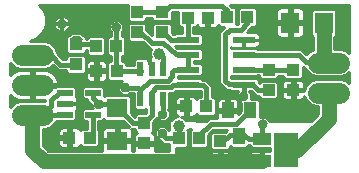
<source format=gtl>
G75*
G70*
%OFA0B0*%
%FSLAX24Y24*%
%IPPOS*%
%LPD*%
%AMOC8*
5,1,8,0,0,1.08239X$1,22.5*
%
%ADD10R,0.0520X0.0220*%
%ADD11C,0.0709*%
%ADD12R,0.0709X0.0630*%
%ADD13R,0.0630X0.0710*%
%ADD14R,0.0807X0.1142*%
%ADD15R,0.0591X0.0394*%
%ADD16R,0.0220X0.0500*%
%ADD17R,0.0394X0.0433*%
%ADD18R,0.0433X0.0394*%
%ADD19C,0.0250*%
%ADD20C,0.0050*%
%ADD21R,0.0394X0.0551*%
%ADD22R,0.0780X0.0220*%
%ADD23C,0.0030*%
%ADD24C,0.0100*%
%ADD25C,0.0396*%
%ADD26C,0.0160*%
%ADD27C,0.0500*%
D10*
X005200Y006318D03*
X005200Y006688D03*
X005200Y007058D03*
X006120Y007058D03*
X006120Y006318D03*
D11*
X004464Y006308D02*
X003755Y006308D01*
X003755Y007308D02*
X004464Y007308D01*
X004464Y008308D02*
X003755Y008308D01*
X013625Y008058D02*
X014334Y008058D01*
X014334Y007058D02*
X013625Y007058D01*
D12*
X006930Y006549D03*
X006930Y005447D03*
D13*
X012700Y009388D03*
X013819Y009388D03*
D14*
X012560Y005138D03*
D15*
X011762Y004764D03*
X011762Y005512D03*
D16*
X008450Y006828D03*
X008080Y006828D03*
X007710Y006828D03*
X007710Y007848D03*
X008080Y007848D03*
X008450Y007848D03*
D17*
X006914Y007778D03*
X006245Y007778D03*
X006235Y008618D03*
X006904Y008618D03*
X007600Y009064D03*
X007600Y009733D03*
X010605Y009568D03*
X011274Y009568D03*
X007840Y006033D03*
X007840Y005364D03*
X008985Y005528D03*
X009654Y005528D03*
D18*
X010370Y005443D03*
X010370Y004774D03*
X009904Y006598D03*
X009235Y006598D03*
X011980Y007144D03*
X012800Y007144D03*
X012800Y007813D03*
X011980Y007813D03*
X009954Y009558D03*
X009285Y009558D03*
X008430Y009733D03*
X008430Y009064D03*
X005570Y008663D03*
X005570Y007994D03*
X005345Y005548D03*
X006014Y005548D03*
D19*
X006320Y006668D03*
X007200Y007218D03*
X008450Y006328D03*
X008440Y005698D03*
X011150Y006938D03*
X011790Y006008D03*
X006900Y009248D03*
X005090Y009348D03*
D20*
X004965Y009348D02*
X004967Y009370D01*
X004973Y009391D01*
X004982Y009410D01*
X004994Y009428D01*
X005010Y009444D01*
X005027Y009456D01*
X005047Y009465D01*
X005068Y009471D01*
X005090Y009473D01*
X005112Y009471D01*
X005133Y009465D01*
X005152Y009456D01*
X005170Y009444D01*
X005186Y009428D01*
X005198Y009410D01*
X005207Y009391D01*
X005213Y009370D01*
X005215Y009348D01*
X005213Y009326D01*
X005207Y009305D01*
X005198Y009286D01*
X005186Y009268D01*
X005170Y009252D01*
X005153Y009240D01*
X005133Y009231D01*
X005112Y009225D01*
X005090Y009223D01*
X005068Y009225D01*
X005047Y009231D01*
X005027Y009240D01*
X005010Y009252D01*
X004994Y009268D01*
X004982Y009285D01*
X004973Y009305D01*
X004967Y009326D01*
X004965Y009348D01*
X006775Y009248D02*
X006777Y009270D01*
X006783Y009291D01*
X006792Y009310D01*
X006804Y009328D01*
X006820Y009344D01*
X006837Y009356D01*
X006857Y009365D01*
X006878Y009371D01*
X006900Y009373D01*
X006922Y009371D01*
X006943Y009365D01*
X006962Y009356D01*
X006980Y009344D01*
X006996Y009328D01*
X007008Y009310D01*
X007017Y009291D01*
X007023Y009270D01*
X007025Y009248D01*
X007023Y009226D01*
X007017Y009205D01*
X007008Y009186D01*
X006996Y009168D01*
X006980Y009152D01*
X006963Y009140D01*
X006943Y009131D01*
X006922Y009125D01*
X006900Y009123D01*
X006878Y009125D01*
X006857Y009131D01*
X006837Y009140D01*
X006820Y009152D01*
X006804Y009168D01*
X006792Y009185D01*
X006783Y009205D01*
X006777Y009226D01*
X006775Y009248D01*
X007075Y007218D02*
X007077Y007240D01*
X007083Y007261D01*
X007092Y007280D01*
X007104Y007298D01*
X007120Y007314D01*
X007137Y007326D01*
X007157Y007335D01*
X007178Y007341D01*
X007200Y007343D01*
X007222Y007341D01*
X007243Y007335D01*
X007262Y007326D01*
X007280Y007314D01*
X007296Y007298D01*
X007308Y007280D01*
X007317Y007261D01*
X007323Y007240D01*
X007325Y007218D01*
X007323Y007196D01*
X007317Y007175D01*
X007308Y007156D01*
X007296Y007138D01*
X007280Y007122D01*
X007263Y007110D01*
X007243Y007101D01*
X007222Y007095D01*
X007200Y007093D01*
X007178Y007095D01*
X007157Y007101D01*
X007137Y007110D01*
X007120Y007122D01*
X007104Y007138D01*
X007092Y007155D01*
X007083Y007175D01*
X007077Y007196D01*
X007075Y007218D01*
X006195Y006668D02*
X006197Y006690D01*
X006203Y006711D01*
X006212Y006730D01*
X006224Y006748D01*
X006240Y006764D01*
X006257Y006776D01*
X006277Y006785D01*
X006298Y006791D01*
X006320Y006793D01*
X006342Y006791D01*
X006363Y006785D01*
X006382Y006776D01*
X006400Y006764D01*
X006416Y006748D01*
X006428Y006730D01*
X006437Y006711D01*
X006443Y006690D01*
X006445Y006668D01*
X006443Y006646D01*
X006437Y006625D01*
X006428Y006606D01*
X006416Y006588D01*
X006400Y006572D01*
X006383Y006560D01*
X006363Y006551D01*
X006342Y006545D01*
X006320Y006543D01*
X006298Y006545D01*
X006277Y006551D01*
X006257Y006560D01*
X006240Y006572D01*
X006224Y006588D01*
X006212Y006605D01*
X006203Y006625D01*
X006197Y006646D01*
X006195Y006668D01*
X008325Y006328D02*
X008327Y006350D01*
X008333Y006371D01*
X008342Y006390D01*
X008354Y006408D01*
X008370Y006424D01*
X008387Y006436D01*
X008407Y006445D01*
X008428Y006451D01*
X008450Y006453D01*
X008472Y006451D01*
X008493Y006445D01*
X008512Y006436D01*
X008530Y006424D01*
X008546Y006408D01*
X008558Y006390D01*
X008567Y006371D01*
X008573Y006350D01*
X008575Y006328D01*
X008573Y006306D01*
X008567Y006285D01*
X008558Y006266D01*
X008546Y006248D01*
X008530Y006232D01*
X008513Y006220D01*
X008493Y006211D01*
X008472Y006205D01*
X008450Y006203D01*
X008428Y006205D01*
X008407Y006211D01*
X008387Y006220D01*
X008370Y006232D01*
X008354Y006248D01*
X008342Y006265D01*
X008333Y006285D01*
X008327Y006306D01*
X008325Y006328D01*
X008315Y005698D02*
X008317Y005720D01*
X008323Y005741D01*
X008332Y005760D01*
X008344Y005778D01*
X008360Y005794D01*
X008377Y005806D01*
X008397Y005815D01*
X008418Y005821D01*
X008440Y005823D01*
X008462Y005821D01*
X008483Y005815D01*
X008502Y005806D01*
X008520Y005794D01*
X008536Y005778D01*
X008548Y005760D01*
X008557Y005741D01*
X008563Y005720D01*
X008565Y005698D01*
X008563Y005676D01*
X008557Y005655D01*
X008548Y005636D01*
X008536Y005618D01*
X008520Y005602D01*
X008503Y005590D01*
X008483Y005581D01*
X008462Y005575D01*
X008440Y005573D01*
X008418Y005575D01*
X008397Y005581D01*
X008377Y005590D01*
X008360Y005602D01*
X008344Y005618D01*
X008332Y005635D01*
X008323Y005655D01*
X008317Y005676D01*
X008315Y005698D01*
X011025Y006938D02*
X011027Y006960D01*
X011033Y006981D01*
X011042Y007000D01*
X011054Y007018D01*
X011070Y007034D01*
X011087Y007046D01*
X011107Y007055D01*
X011128Y007061D01*
X011150Y007063D01*
X011172Y007061D01*
X011193Y007055D01*
X011212Y007046D01*
X011230Y007034D01*
X011246Y007018D01*
X011258Y007000D01*
X011267Y006981D01*
X011273Y006960D01*
X011275Y006938D01*
X011273Y006916D01*
X011267Y006895D01*
X011258Y006876D01*
X011246Y006858D01*
X011230Y006842D01*
X011213Y006830D01*
X011193Y006821D01*
X011172Y006815D01*
X011150Y006813D01*
X011128Y006815D01*
X011107Y006821D01*
X011087Y006830D01*
X011070Y006842D01*
X011054Y006858D01*
X011042Y006875D01*
X011033Y006895D01*
X011027Y006916D01*
X011025Y006938D01*
X011665Y006008D02*
X011667Y006030D01*
X011673Y006051D01*
X011682Y006070D01*
X011694Y006088D01*
X011710Y006104D01*
X011727Y006116D01*
X011747Y006125D01*
X011768Y006131D01*
X011790Y006133D01*
X011812Y006131D01*
X011833Y006125D01*
X011852Y006116D01*
X011870Y006104D01*
X011886Y006088D01*
X011898Y006070D01*
X011907Y006051D01*
X011913Y006030D01*
X011915Y006008D01*
X011913Y005986D01*
X011907Y005965D01*
X011898Y005946D01*
X011886Y005928D01*
X011870Y005912D01*
X011853Y005900D01*
X011833Y005891D01*
X011812Y005885D01*
X011790Y005883D01*
X011768Y005885D01*
X011747Y005891D01*
X011727Y005900D01*
X011710Y005912D01*
X011694Y005928D01*
X011682Y005945D01*
X011673Y005965D01*
X011667Y005986D01*
X011665Y006008D01*
D21*
X011374Y006461D03*
X010625Y006461D03*
X011000Y005595D03*
D22*
X011150Y007318D03*
X011150Y007818D03*
X011150Y008318D03*
X011150Y008818D03*
X009290Y008818D03*
X009290Y008318D03*
X009290Y007818D03*
X009290Y007318D03*
D23*
X005770Y008828D02*
X005370Y008828D01*
X005470Y008928D01*
X005670Y008928D01*
X005770Y008828D01*
X005758Y008840D02*
X005381Y008840D01*
X005410Y008868D02*
X005729Y008868D01*
X005701Y008897D02*
X005438Y008897D01*
X005467Y008925D02*
X005672Y008925D01*
D24*
X005738Y009036D02*
X006714Y009036D01*
X006714Y009101D02*
X006714Y008945D01*
X006662Y008945D01*
X006597Y008880D01*
X006597Y008356D01*
X006662Y008292D01*
X006714Y008292D01*
X006714Y008105D01*
X006672Y008105D01*
X006607Y008040D01*
X006607Y007516D01*
X006672Y007452D01*
X007101Y007452D01*
X006965Y007316D01*
X006965Y007121D01*
X007102Y006983D01*
X007297Y006983D01*
X007342Y007028D01*
X007490Y007028D01*
X007490Y006533D01*
X007554Y006468D01*
X007865Y006468D01*
X007890Y006493D01*
X007890Y006367D01*
X007882Y006359D01*
X007597Y006359D01*
X007533Y006295D01*
X007533Y006244D01*
X007394Y006383D01*
X007394Y006910D01*
X007329Y006974D01*
X006530Y006974D01*
X006490Y006934D01*
X006490Y007214D01*
X006425Y007278D01*
X005814Y007278D01*
X005750Y007214D01*
X005750Y006903D01*
X005814Y006838D01*
X005930Y006838D01*
X005930Y006790D01*
X006085Y006635D01*
X006085Y006571D01*
X006117Y006538D01*
X005814Y006538D01*
X005750Y006474D01*
X005750Y006163D01*
X005814Y006098D01*
X005930Y006098D01*
X005930Y005855D01*
X005752Y005855D01*
X005701Y005804D01*
X005681Y005837D01*
X005654Y005865D01*
X005619Y005885D01*
X005581Y005895D01*
X005393Y005895D01*
X005393Y005597D01*
X005296Y005597D01*
X005296Y005500D01*
X004978Y005500D01*
X004978Y005332D01*
X004989Y005294D01*
X005008Y005259D01*
X005036Y005231D01*
X005070Y005212D01*
X005109Y005201D01*
X005296Y005201D01*
X005296Y005500D01*
X005393Y005500D01*
X005393Y005201D01*
X005581Y005201D01*
X005619Y005212D01*
X005654Y005231D01*
X005681Y005259D01*
X005701Y005293D01*
X005752Y005241D01*
X006044Y005241D01*
X006081Y005228D01*
X006108Y005241D01*
X006276Y005241D01*
X006341Y005306D01*
X006341Y005791D01*
X006310Y005822D01*
X006310Y006098D01*
X006425Y006098D01*
X006490Y006163D01*
X006490Y006165D01*
X006530Y006125D01*
X007115Y006125D01*
X007280Y005960D01*
X007336Y005903D01*
X007304Y005912D01*
X006980Y005912D01*
X006980Y005497D01*
X007434Y005497D01*
X007434Y005782D01*
X007424Y005820D01*
X007407Y005848D01*
X007533Y005848D01*
X007533Y005771D01*
X007584Y005720D01*
X007551Y005700D01*
X007523Y005672D01*
X007503Y005638D01*
X007493Y005600D01*
X007493Y005412D01*
X007791Y005412D01*
X007791Y005315D01*
X007493Y005315D01*
X007493Y005127D01*
X007493Y005124D01*
X007434Y005124D01*
X007434Y005397D01*
X006980Y005397D01*
X006980Y005497D01*
X006880Y005497D01*
X006880Y005912D01*
X006555Y005912D01*
X006517Y005902D01*
X006483Y005882D01*
X006455Y005854D01*
X006435Y005820D01*
X006425Y005782D01*
X006425Y005497D01*
X006880Y005497D01*
X006880Y005397D01*
X006425Y005397D01*
X006425Y005124D01*
X004633Y005124D01*
X004450Y005307D01*
X004450Y005844D01*
X004556Y005844D01*
X004727Y005915D01*
X004857Y006045D01*
X004884Y006109D01*
X004894Y006098D01*
X005505Y006098D01*
X005570Y006163D01*
X005570Y006474D01*
X005568Y006475D01*
X005580Y006486D01*
X005599Y006520D01*
X005610Y006559D01*
X005610Y006683D01*
X005205Y006683D01*
X005205Y006693D01*
X005610Y006693D01*
X005610Y006818D01*
X005599Y006856D01*
X005580Y006890D01*
X005568Y006902D01*
X005570Y006903D01*
X005570Y007214D01*
X005505Y007278D01*
X004894Y007278D01*
X004874Y007258D01*
X004160Y007258D01*
X004160Y007358D01*
X004967Y007358D01*
X004956Y007426D01*
X004931Y007502D01*
X004895Y007573D01*
X004849Y007637D01*
X004792Y007693D01*
X004728Y007740D01*
X004657Y007776D01*
X004582Y007800D01*
X004504Y007813D01*
X004160Y007813D01*
X004160Y007358D01*
X004060Y007358D01*
X004060Y007813D01*
X003715Y007813D01*
X003637Y007800D01*
X003562Y007776D01*
X003491Y007740D01*
X003427Y007693D01*
X003371Y007637D01*
X003365Y007629D01*
X003365Y008042D01*
X003492Y007915D01*
X003663Y007844D01*
X004556Y007844D01*
X004727Y007915D01*
X004786Y007973D01*
X004850Y007910D01*
X004961Y007798D01*
X005243Y007798D01*
X005243Y007751D01*
X005307Y007687D01*
X005832Y007687D01*
X005896Y007751D01*
X005896Y008236D01*
X005832Y008300D01*
X005307Y008300D01*
X005243Y008236D01*
X005243Y008178D01*
X005118Y008178D01*
X004928Y008368D01*
X004928Y008401D01*
X004857Y008571D01*
X004727Y008702D01*
X004556Y008773D01*
X004020Y008773D01*
X004253Y008869D01*
X004449Y009065D01*
X004555Y009320D01*
X004555Y009597D01*
X004449Y009852D01*
X004342Y009959D01*
X007293Y009959D01*
X007293Y009471D01*
X007357Y009406D01*
X007842Y009406D01*
X007906Y009471D01*
X007906Y009543D01*
X008103Y009543D01*
X008103Y009491D01*
X008167Y009426D01*
X008692Y009426D01*
X008756Y009491D01*
X008756Y009722D01*
X008771Y009738D01*
X008958Y009738D01*
X008958Y009316D01*
X009023Y009251D01*
X009095Y009251D01*
X009095Y009038D01*
X008854Y009038D01*
X008824Y009008D01*
X008798Y009008D01*
X008756Y009050D01*
X008756Y009306D01*
X008692Y009370D01*
X008167Y009370D01*
X008103Y009306D01*
X008103Y008961D01*
X007906Y009137D01*
X007906Y009326D01*
X007842Y009390D01*
X007357Y009390D01*
X007293Y009326D01*
X007293Y008802D01*
X007357Y008737D01*
X007783Y008737D01*
X007969Y008570D01*
X008021Y008518D01*
X008027Y008518D01*
X008031Y008514D01*
X008072Y008517D01*
X008031Y008420D01*
X008031Y008297D01*
X008052Y008248D01*
X007950Y008248D01*
X007912Y008238D01*
X007877Y008218D01*
X007866Y008207D01*
X007865Y008208D01*
X007554Y008208D01*
X007490Y008144D01*
X007490Y007968D01*
X007221Y007968D01*
X007221Y008040D01*
X007157Y008105D01*
X007094Y008105D01*
X007094Y008292D01*
X007147Y008292D01*
X007211Y008356D01*
X007211Y008880D01*
X007147Y008945D01*
X007094Y008945D01*
X007094Y009111D01*
X007135Y009151D01*
X007135Y009346D01*
X006997Y009483D01*
X006802Y009483D01*
X006665Y009346D01*
X006665Y009151D01*
X006714Y009101D01*
X006681Y009135D02*
X005265Y009135D01*
X005303Y009173D01*
X005333Y009218D01*
X005354Y009268D01*
X005365Y009321D01*
X005365Y009336D01*
X005102Y009336D01*
X005102Y009361D01*
X005077Y009361D01*
X005077Y009623D01*
X005062Y009623D01*
X005009Y009613D01*
X004959Y009592D01*
X004914Y009562D01*
X004876Y009524D01*
X004846Y009479D01*
X004825Y009429D01*
X004815Y009375D01*
X004815Y009361D01*
X005077Y009361D01*
X005077Y009336D01*
X004815Y009336D01*
X004815Y009321D01*
X004825Y009268D01*
X004846Y009218D01*
X004876Y009173D01*
X004914Y009135D01*
X004478Y009135D01*
X004519Y009233D02*
X004839Y009233D01*
X004815Y009332D02*
X004555Y009332D01*
X004555Y009430D02*
X004826Y009430D01*
X004881Y009529D02*
X004555Y009529D01*
X004542Y009627D02*
X007293Y009627D01*
X007293Y009529D02*
X005298Y009529D01*
X005303Y009524D02*
X005265Y009562D01*
X005220Y009592D01*
X005170Y009613D01*
X005117Y009623D01*
X005102Y009623D01*
X005102Y009361D01*
X005365Y009361D01*
X005365Y009375D01*
X005354Y009429D01*
X005333Y009479D01*
X005303Y009524D01*
X005353Y009430D02*
X006749Y009430D01*
X006665Y009332D02*
X005365Y009332D01*
X005340Y009233D02*
X006665Y009233D01*
X007050Y009430D02*
X007333Y009430D01*
X007299Y009332D02*
X007135Y009332D01*
X007135Y009233D02*
X007293Y009233D01*
X007293Y009135D02*
X007118Y009135D01*
X007094Y009036D02*
X007293Y009036D01*
X007293Y008938D02*
X007154Y008938D01*
X007211Y008839D02*
X007293Y008839D01*
X007353Y008741D02*
X007211Y008741D01*
X007211Y008642D02*
X007889Y008642D01*
X007995Y008544D02*
X007211Y008544D01*
X007211Y008445D02*
X008042Y008445D01*
X008031Y008347D02*
X007202Y008347D01*
X007094Y008248D02*
X008052Y008248D01*
X007495Y008150D02*
X007094Y008150D01*
X007210Y008051D02*
X007490Y008051D01*
X006714Y008150D02*
X005896Y008150D01*
X005956Y008115D02*
X005928Y008087D01*
X005908Y008053D01*
X005898Y008015D01*
X005898Y007827D01*
X006196Y007827D01*
X006196Y007730D01*
X005898Y007730D01*
X005898Y007542D01*
X005908Y007504D01*
X005928Y007470D01*
X005956Y007442D01*
X005990Y007422D01*
X006028Y007412D01*
X006196Y007412D01*
X006196Y007730D01*
X006293Y007730D01*
X006293Y007412D01*
X006461Y007412D01*
X006500Y007422D01*
X006534Y007442D01*
X006562Y007470D01*
X006581Y007504D01*
X006592Y007542D01*
X006592Y007730D01*
X006293Y007730D01*
X006293Y007827D01*
X006196Y007827D01*
X006196Y008145D01*
X006028Y008145D01*
X005990Y008135D01*
X005956Y008115D01*
X005908Y008051D02*
X005896Y008051D01*
X005896Y007953D02*
X005898Y007953D01*
X005896Y007854D02*
X005898Y007854D01*
X005896Y007756D02*
X006196Y007756D01*
X006293Y007756D02*
X006607Y007756D01*
X006592Y007827D02*
X006592Y008015D01*
X006581Y008053D01*
X006562Y008087D01*
X006534Y008115D01*
X006500Y008135D01*
X006461Y008145D01*
X006293Y008145D01*
X006293Y007827D01*
X006592Y007827D01*
X006592Y007854D02*
X006607Y007854D01*
X006607Y007953D02*
X006592Y007953D01*
X006582Y008051D02*
X006618Y008051D01*
X006714Y008248D02*
X005884Y008248D01*
X005937Y008347D02*
X004950Y008347D01*
X004910Y008445D02*
X005243Y008445D01*
X005243Y008421D02*
X005307Y008356D01*
X005832Y008356D01*
X005896Y008421D01*
X005896Y008473D01*
X005928Y008473D01*
X005928Y008356D01*
X005992Y008292D01*
X006477Y008292D01*
X006542Y008356D01*
X006542Y008880D01*
X006477Y008945D01*
X005992Y008945D01*
X005928Y008880D01*
X005928Y008853D01*
X005896Y008853D01*
X005896Y008905D01*
X005832Y008970D01*
X005805Y008970D01*
X005721Y009053D01*
X005418Y009053D01*
X005345Y008980D01*
X005334Y008970D01*
X005307Y008970D01*
X005243Y008905D01*
X005243Y008421D01*
X005243Y008544D02*
X004869Y008544D01*
X004786Y008642D02*
X005243Y008642D01*
X005243Y008741D02*
X004633Y008741D01*
X004322Y008938D02*
X005275Y008938D01*
X005243Y008839D02*
X004181Y008839D01*
X004420Y009036D02*
X005401Y009036D01*
X005265Y009135D02*
X005220Y009105D01*
X005170Y009084D01*
X005117Y009073D01*
X005102Y009073D01*
X005102Y009336D01*
X005077Y009336D01*
X005077Y009073D01*
X005062Y009073D01*
X005009Y009084D01*
X004959Y009105D01*
X004914Y009135D01*
X005077Y009135D02*
X005102Y009135D01*
X005102Y009233D02*
X005077Y009233D01*
X005077Y009332D02*
X005102Y009332D01*
X005102Y009430D02*
X005077Y009430D01*
X005077Y009529D02*
X005102Y009529D01*
X004501Y009726D02*
X007293Y009726D01*
X007293Y009824D02*
X004460Y009824D01*
X004378Y009923D02*
X007293Y009923D01*
X007906Y009529D02*
X008103Y009529D01*
X008163Y009430D02*
X007866Y009430D01*
X007900Y009332D02*
X008129Y009332D01*
X008103Y009233D02*
X007906Y009233D01*
X007909Y009135D02*
X008103Y009135D01*
X008103Y009036D02*
X008019Y009036D01*
X008696Y009430D02*
X008958Y009430D01*
X008958Y009332D02*
X008730Y009332D01*
X008756Y009233D02*
X009095Y009233D01*
X009095Y009135D02*
X008756Y009135D01*
X008770Y009036D02*
X008852Y009036D01*
X008875Y008598D02*
X009725Y008598D01*
X009790Y008663D01*
X009790Y008974D01*
X009725Y009038D01*
X009475Y009038D01*
X009475Y009251D01*
X009547Y009251D01*
X009598Y009303D01*
X009618Y009269D01*
X009646Y009241D01*
X009680Y009222D01*
X009718Y009211D01*
X009906Y009211D01*
X009906Y009510D01*
X010003Y009510D01*
X010003Y009211D01*
X010190Y009211D01*
X010229Y009222D01*
X010263Y009241D01*
X010291Y009269D01*
X010307Y009297D01*
X010362Y009242D01*
X010504Y009242D01*
X010451Y009188D01*
X010340Y009077D01*
X010340Y007370D01*
X010460Y007250D01*
X010571Y007138D01*
X010674Y007138D01*
X010714Y007098D01*
X010960Y007098D01*
X010960Y007081D01*
X010915Y007036D01*
X010915Y006857D01*
X010914Y006857D01*
X010880Y006877D01*
X010842Y006887D01*
X010674Y006887D01*
X010674Y006510D01*
X010577Y006510D01*
X010577Y006887D01*
X010409Y006887D01*
X010371Y006877D01*
X010337Y006857D01*
X010309Y006829D01*
X010289Y006795D01*
X010279Y006757D01*
X010279Y006510D01*
X010577Y006510D01*
X010577Y006413D01*
X010279Y006413D01*
X010279Y006208D01*
X010073Y006208D01*
X009998Y006211D01*
X009995Y006208D01*
X009991Y006208D01*
X009938Y006155D01*
X009905Y006125D01*
X009241Y006132D01*
X009241Y006133D01*
X009154Y006219D01*
X009077Y006251D01*
X009186Y006251D01*
X009186Y006550D01*
X008868Y006550D01*
X008868Y006382D01*
X008879Y006344D01*
X008898Y006309D01*
X008926Y006281D01*
X008952Y006266D01*
X008918Y006266D01*
X008805Y006219D01*
X008723Y006138D01*
X008660Y006138D01*
X008661Y005809D01*
X008537Y005933D01*
X008342Y005933D01*
X008205Y005796D01*
X008205Y005601D01*
X008342Y005463D01*
X008364Y005463D01*
X008364Y005457D01*
X008408Y005412D01*
X008444Y005360D01*
X008462Y005357D01*
X008474Y005345D01*
X008537Y005344D01*
X008599Y005333D01*
X008614Y005343D01*
X008663Y005342D01*
X008664Y005124D01*
X008186Y005124D01*
X008186Y005127D01*
X008186Y005315D01*
X007888Y005315D01*
X007888Y005412D01*
X008186Y005412D01*
X008186Y005600D01*
X008176Y005638D01*
X008156Y005672D01*
X008128Y005700D01*
X008095Y005720D01*
X008146Y005771D01*
X008146Y006085D01*
X008217Y006161D01*
X008250Y006195D01*
X008352Y006093D01*
X008547Y006093D01*
X008685Y006231D01*
X008685Y006426D01*
X008640Y006471D01*
X008640Y006503D01*
X008670Y006533D01*
X008670Y007038D01*
X008714Y007038D01*
X008787Y007034D01*
X008792Y007038D01*
X008798Y007038D01*
X008850Y007090D01*
X008859Y007098D01*
X009714Y007098D01*
X009714Y006905D01*
X009642Y006905D01*
X009591Y006854D01*
X009571Y006887D01*
X009544Y006915D01*
X009509Y006935D01*
X009471Y006945D01*
X009283Y006945D01*
X009283Y006647D01*
X009186Y006647D01*
X009186Y006550D01*
X009283Y006550D01*
X009283Y006251D01*
X009471Y006251D01*
X009509Y006262D01*
X009544Y006281D01*
X009571Y006309D01*
X009591Y006343D01*
X009642Y006291D01*
X010166Y006291D01*
X010231Y006356D01*
X010231Y006841D01*
X010166Y006905D01*
X010094Y006905D01*
X010094Y007272D01*
X009990Y007377D01*
X009878Y007488D01*
X009775Y007488D01*
X009725Y007538D01*
X008960Y007538D01*
X008960Y007598D01*
X009725Y007598D01*
X009790Y007663D01*
X009790Y007974D01*
X009725Y008038D01*
X009480Y008038D01*
X009480Y008098D01*
X009725Y008098D01*
X009790Y008163D01*
X009790Y008474D01*
X009725Y008538D01*
X008941Y008538D01*
X008875Y008598D01*
X008935Y008544D02*
X010340Y008544D01*
X010340Y008642D02*
X009769Y008642D01*
X009790Y008741D02*
X010340Y008741D01*
X010340Y008839D02*
X009790Y008839D01*
X009790Y008938D02*
X010340Y008938D01*
X010340Y009036D02*
X009727Y009036D01*
X009660Y009233D02*
X009475Y009233D01*
X009475Y009135D02*
X010397Y009135D01*
X010496Y009233D02*
X010249Y009233D01*
X010003Y009233D02*
X009906Y009233D01*
X009906Y009332D02*
X010003Y009332D01*
X010003Y009430D02*
X009906Y009430D01*
X010688Y009959D02*
X014666Y009959D01*
X014666Y008383D01*
X014597Y008452D01*
X014426Y008523D01*
X014179Y008523D01*
X014179Y008923D01*
X014180Y008923D01*
X014244Y008988D01*
X014244Y009789D01*
X014180Y009853D01*
X013459Y009853D01*
X013394Y009789D01*
X013394Y008988D01*
X013459Y008923D01*
X013459Y008923D01*
X013459Y008492D01*
X013362Y008452D01*
X013243Y008333D01*
X013068Y008508D01*
X011615Y008508D01*
X011585Y008538D01*
X010720Y008538D01*
X010720Y008564D01*
X010740Y008558D01*
X011145Y008558D01*
X011145Y008813D01*
X011155Y008813D01*
X011155Y008823D01*
X011690Y008823D01*
X011690Y008948D01*
X011679Y008986D01*
X011660Y009020D01*
X011632Y009048D01*
X011597Y009068D01*
X011559Y009078D01*
X011258Y009078D01*
X011260Y009080D01*
X011422Y009242D01*
X011517Y009242D01*
X011581Y009306D01*
X011581Y009830D01*
X011517Y009895D01*
X011032Y009895D01*
X010967Y009830D01*
X010967Y009348D01*
X010912Y009348D01*
X010912Y009830D01*
X010847Y009895D01*
X010755Y009895D01*
X010711Y009935D01*
X010688Y009959D01*
X010725Y009923D02*
X014666Y009923D01*
X014666Y009824D02*
X014209Y009824D01*
X014244Y009726D02*
X014666Y009726D01*
X014666Y009627D02*
X014244Y009627D01*
X014244Y009529D02*
X014666Y009529D01*
X014666Y009430D02*
X014244Y009430D01*
X014244Y009332D02*
X014666Y009332D01*
X014666Y009233D02*
X014244Y009233D01*
X014244Y009135D02*
X014666Y009135D01*
X014666Y009036D02*
X014244Y009036D01*
X014194Y008938D02*
X014666Y008938D01*
X014666Y008839D02*
X014179Y008839D01*
X014179Y008741D02*
X014666Y008741D01*
X014666Y008642D02*
X014179Y008642D01*
X014179Y008544D02*
X014666Y008544D01*
X014666Y008445D02*
X014603Y008445D01*
X014666Y007733D02*
X014666Y007383D01*
X014597Y007452D01*
X014426Y007523D01*
X013533Y007523D01*
X013362Y007452D01*
X013232Y007321D01*
X013161Y007151D01*
X013161Y007095D01*
X012848Y007095D01*
X012848Y006797D01*
X013036Y006797D01*
X013074Y006807D01*
X013108Y006827D01*
X013136Y006855D01*
X013156Y006889D01*
X013166Y006927D01*
X013166Y006953D01*
X013232Y006795D01*
X013362Y006665D01*
X013533Y006594D01*
X013620Y006594D01*
X013620Y006327D01*
X013390Y006098D01*
X012025Y006105D01*
X012025Y006106D01*
X011887Y006243D01*
X011692Y006243D01*
X011680Y006231D01*
X011680Y006783D01*
X011616Y006847D01*
X011385Y006847D01*
X011385Y007036D01*
X011340Y007081D01*
X011340Y007098D01*
X011411Y007098D01*
X011440Y007070D01*
X011551Y006958D01*
X011653Y006958D01*
X011653Y006901D01*
X011717Y006837D01*
X012242Y006837D01*
X012306Y006901D01*
X012306Y007386D01*
X012242Y007450D01*
X011717Y007450D01*
X011657Y007390D01*
X011650Y007397D01*
X011650Y007474D01*
X011585Y007538D01*
X010720Y007538D01*
X010720Y007598D01*
X011585Y007598D01*
X011615Y007628D01*
X011653Y007628D01*
X011653Y007571D01*
X011717Y007506D01*
X012242Y007506D01*
X012306Y007571D01*
X012306Y007623D01*
X012473Y007623D01*
X012473Y007571D01*
X012537Y007506D01*
X013062Y007506D01*
X013126Y007571D01*
X013126Y007913D01*
X013161Y007878D01*
X013197Y007878D01*
X013232Y007795D01*
X013362Y007665D01*
X013533Y007594D01*
X014426Y007594D01*
X014597Y007665D01*
X014666Y007733D01*
X014666Y007657D02*
X014579Y007657D01*
X014666Y007559D02*
X013114Y007559D01*
X013074Y007480D02*
X013036Y007490D01*
X012848Y007490D01*
X012848Y007192D01*
X013166Y007192D01*
X013166Y007360D01*
X013156Y007398D01*
X013136Y007433D01*
X013108Y007461D01*
X013074Y007480D01*
X013108Y007460D02*
X013382Y007460D01*
X013272Y007362D02*
X013166Y007362D01*
X013166Y007263D02*
X013208Y007263D01*
X013167Y007165D02*
X012848Y007165D01*
X012848Y007192D02*
X012848Y007095D01*
X012751Y007095D01*
X012751Y006797D01*
X012563Y006797D01*
X012525Y006807D01*
X012491Y006827D01*
X012463Y006855D01*
X012443Y006889D01*
X012433Y006927D01*
X012433Y007095D01*
X012751Y007095D01*
X012751Y007192D01*
X012433Y007192D01*
X012433Y007360D01*
X012443Y007398D01*
X012463Y007433D01*
X012491Y007461D01*
X012525Y007480D01*
X012563Y007490D01*
X012751Y007490D01*
X012751Y007192D01*
X012848Y007192D01*
X012848Y007263D02*
X012751Y007263D01*
X012751Y007165D02*
X012306Y007165D01*
X012306Y007263D02*
X012433Y007263D01*
X012433Y007362D02*
X012306Y007362D01*
X012294Y007559D02*
X012485Y007559D01*
X012491Y007460D02*
X011650Y007460D01*
X011665Y007559D02*
X010720Y007559D01*
X010340Y007559D02*
X008960Y007559D01*
X008826Y007066D02*
X009714Y007066D01*
X009714Y006968D02*
X008670Y006968D01*
X008670Y006869D02*
X008888Y006869D01*
X008879Y006853D02*
X008868Y006815D01*
X008868Y006647D01*
X009186Y006647D01*
X009186Y006945D01*
X008999Y006945D01*
X008960Y006935D01*
X008926Y006915D01*
X008898Y006887D01*
X008879Y006853D01*
X008868Y006771D02*
X008670Y006771D01*
X008670Y006672D02*
X008868Y006672D01*
X008868Y006475D02*
X008640Y006475D01*
X008670Y006574D02*
X009186Y006574D01*
X009186Y006672D02*
X009283Y006672D01*
X009283Y006771D02*
X009186Y006771D01*
X009186Y006869D02*
X009283Y006869D01*
X009582Y006869D02*
X009606Y006869D01*
X010094Y006968D02*
X010915Y006968D01*
X010915Y006869D02*
X010893Y006869D01*
X010963Y006793D02*
X011052Y006703D01*
X011067Y006703D01*
X011067Y006431D01*
X010972Y006340D01*
X010972Y006413D01*
X010674Y006413D01*
X010674Y006510D01*
X010972Y006510D01*
X010972Y006757D01*
X010963Y006793D01*
X010969Y006771D02*
X010985Y006771D01*
X010972Y006672D02*
X011067Y006672D01*
X011067Y006574D02*
X010972Y006574D01*
X011067Y006475D02*
X010674Y006475D01*
X010577Y006475D02*
X010231Y006475D01*
X010231Y006377D02*
X010279Y006377D01*
X010279Y006278D02*
X009538Y006278D01*
X009283Y006278D02*
X009186Y006278D01*
X009194Y006180D02*
X009962Y006180D01*
X010140Y005824D02*
X010582Y005810D01*
X010522Y005750D01*
X010107Y005750D01*
X010043Y005685D01*
X010043Y005201D01*
X010107Y005136D01*
X010632Y005136D01*
X010696Y005201D01*
X010696Y005271D01*
X010757Y005210D01*
X011242Y005210D01*
X011306Y005274D01*
X011306Y005318D01*
X011357Y005318D01*
X011357Y005270D01*
X011421Y005205D01*
X012046Y005205D01*
X012046Y005111D01*
X011811Y005111D01*
X011811Y004813D01*
X011714Y004813D01*
X011714Y005111D01*
X011447Y005111D01*
X011409Y005101D01*
X011375Y005081D01*
X011347Y005053D01*
X011327Y005019D01*
X011317Y004981D01*
X011317Y004813D01*
X011714Y004813D01*
X011714Y004716D01*
X011317Y004716D01*
X011317Y004563D01*
X010736Y004563D01*
X010736Y004725D01*
X010418Y004725D01*
X010418Y004822D01*
X010736Y004822D01*
X010736Y004990D01*
X010726Y005028D01*
X010706Y005063D01*
X010678Y005091D01*
X010644Y005110D01*
X010606Y005120D01*
X010418Y005120D01*
X010418Y004822D01*
X010321Y004822D01*
X010321Y004725D01*
X010003Y004725D01*
X010003Y004563D01*
X008890Y004563D01*
X008890Y005202D01*
X009227Y005202D01*
X009292Y005266D01*
X009292Y005790D01*
X009260Y005822D01*
X009383Y005826D01*
X009347Y005790D01*
X009347Y005266D01*
X009412Y005202D01*
X009897Y005202D01*
X009961Y005266D01*
X009961Y005658D01*
X010140Y005824D01*
X010098Y005786D02*
X010558Y005786D01*
X010045Y005687D02*
X009992Y005687D01*
X009961Y005589D02*
X010043Y005589D01*
X010043Y005490D02*
X009961Y005490D01*
X009961Y005392D02*
X010043Y005392D01*
X010043Y005293D02*
X009961Y005293D01*
X010049Y005195D02*
X008890Y005195D01*
X008890Y005096D02*
X010071Y005096D01*
X010061Y005091D02*
X010033Y005063D01*
X010013Y005028D01*
X010003Y004990D01*
X010003Y004822D01*
X010321Y004822D01*
X010321Y005120D01*
X010133Y005120D01*
X010095Y005110D01*
X010061Y005091D01*
X010005Y004998D02*
X008890Y004998D01*
X008890Y004899D02*
X010003Y004899D01*
X010003Y004702D02*
X008890Y004702D01*
X008890Y004604D02*
X010003Y004604D01*
X010321Y004801D02*
X008890Y004801D01*
X008664Y005195D02*
X008186Y005195D01*
X008186Y005293D02*
X008663Y005293D01*
X008422Y005392D02*
X007888Y005392D01*
X007791Y005392D02*
X007434Y005392D01*
X007434Y005293D02*
X007493Y005293D01*
X007493Y005195D02*
X007434Y005195D01*
X007493Y005490D02*
X006980Y005490D01*
X006980Y005589D02*
X006880Y005589D01*
X006880Y005687D02*
X006980Y005687D01*
X006980Y005786D02*
X006880Y005786D01*
X006880Y005884D02*
X006980Y005884D01*
X007158Y006081D02*
X006310Y006081D01*
X006310Y005983D02*
X007256Y005983D01*
X007433Y005786D02*
X007533Y005786D01*
X007538Y005687D02*
X007434Y005687D01*
X007434Y005589D02*
X007493Y005589D01*
X006880Y005490D02*
X006341Y005490D01*
X006341Y005392D02*
X006425Y005392D01*
X006425Y005293D02*
X006328Y005293D01*
X006425Y005195D02*
X004562Y005195D01*
X004464Y005293D02*
X004989Y005293D01*
X004978Y005392D02*
X004450Y005392D01*
X004450Y005490D02*
X004978Y005490D01*
X004978Y005597D02*
X005296Y005597D01*
X005296Y005895D01*
X005109Y005895D01*
X005070Y005885D01*
X005036Y005865D01*
X005008Y005837D01*
X004989Y005803D01*
X004978Y005765D01*
X004978Y005597D01*
X004978Y005687D02*
X004450Y005687D01*
X004450Y005589D02*
X005296Y005589D01*
X005296Y005687D02*
X005393Y005687D01*
X005393Y005786D02*
X005296Y005786D01*
X005296Y005884D02*
X005393Y005884D01*
X005620Y005884D02*
X005930Y005884D01*
X005930Y005983D02*
X004795Y005983D01*
X004872Y006081D02*
X005930Y006081D01*
X005750Y006180D02*
X005570Y006180D01*
X005570Y006278D02*
X005750Y006278D01*
X005750Y006377D02*
X005570Y006377D01*
X005569Y006475D02*
X005751Y006475D01*
X005610Y006574D02*
X006085Y006574D01*
X006047Y006672D02*
X005610Y006672D01*
X005610Y006771D02*
X005948Y006771D01*
X005783Y006869D02*
X005592Y006869D01*
X005570Y006968D02*
X005750Y006968D01*
X005750Y007066D02*
X005570Y007066D01*
X005570Y007165D02*
X005750Y007165D01*
X005799Y007263D02*
X005520Y007263D01*
X005937Y007460D02*
X004945Y007460D01*
X004966Y007362D02*
X007011Y007362D01*
X006965Y007263D02*
X006440Y007263D01*
X006490Y007165D02*
X006965Y007165D01*
X007019Y007066D02*
X006490Y007066D01*
X006490Y006968D02*
X006523Y006968D01*
X006552Y007460D02*
X006663Y007460D01*
X006607Y007559D02*
X006592Y007559D01*
X006592Y007657D02*
X006607Y007657D01*
X006293Y007657D02*
X006196Y007657D01*
X006196Y007559D02*
X006293Y007559D01*
X006293Y007460D02*
X006196Y007460D01*
X005898Y007559D02*
X004902Y007559D01*
X004828Y007657D02*
X005898Y007657D01*
X006196Y007854D02*
X006293Y007854D01*
X006293Y007953D02*
X006196Y007953D01*
X006196Y008051D02*
X006293Y008051D01*
X006532Y008347D02*
X006607Y008347D01*
X006597Y008445D02*
X006542Y008445D01*
X006542Y008544D02*
X006597Y008544D01*
X006597Y008642D02*
X006542Y008642D01*
X006542Y008741D02*
X006597Y008741D01*
X006597Y008839D02*
X006542Y008839D01*
X006484Y008938D02*
X006655Y008938D01*
X005985Y008938D02*
X005864Y008938D01*
X005896Y008445D02*
X005928Y008445D01*
X005255Y008248D02*
X005048Y008248D01*
X004806Y007953D02*
X004765Y007953D01*
X004850Y007910D02*
X004850Y007910D01*
X004905Y007854D02*
X004581Y007854D01*
X004696Y007756D02*
X005243Y007756D01*
X004879Y007263D02*
X004160Y007263D01*
X004160Y007258D02*
X004160Y006804D01*
X004504Y006804D01*
X004530Y006808D01*
X004530Y006773D01*
X003663Y006773D01*
X003492Y006702D01*
X003365Y006574D01*
X003365Y006988D01*
X003371Y006980D01*
X003427Y006924D01*
X003491Y006877D01*
X003562Y006841D01*
X003637Y006816D01*
X003715Y006804D01*
X004060Y006804D01*
X004060Y007258D01*
X004160Y007258D01*
X004160Y007165D02*
X004060Y007165D01*
X004060Y007066D02*
X004160Y007066D01*
X004160Y006968D02*
X004060Y006968D01*
X004060Y006869D02*
X004160Y006869D01*
X003658Y006771D02*
X003365Y006771D01*
X003365Y006869D02*
X003506Y006869D01*
X003382Y006968D02*
X003365Y006968D01*
X003365Y006672D02*
X003463Y006672D01*
X004060Y007362D02*
X004160Y007362D01*
X004160Y007460D02*
X004060Y007460D01*
X004060Y007559D02*
X004160Y007559D01*
X004160Y007657D02*
X004060Y007657D01*
X004060Y007756D02*
X004160Y007756D01*
X003638Y007854D02*
X003365Y007854D01*
X003365Y007756D02*
X003523Y007756D01*
X003391Y007657D02*
X003365Y007657D01*
X003365Y007953D02*
X003454Y007953D01*
X004654Y005884D02*
X005069Y005884D01*
X004984Y005786D02*
X004450Y005786D01*
X005296Y005490D02*
X005393Y005490D01*
X005393Y005392D02*
X005296Y005392D01*
X005296Y005293D02*
X005393Y005293D01*
X006341Y005589D02*
X006425Y005589D01*
X006425Y005687D02*
X006341Y005687D01*
X006341Y005786D02*
X006426Y005786D01*
X006487Y005884D02*
X006310Y005884D01*
X007400Y006377D02*
X007890Y006377D01*
X007890Y006475D02*
X007872Y006475D01*
X007547Y006475D02*
X007394Y006475D01*
X007394Y006574D02*
X007490Y006574D01*
X007490Y006672D02*
X007394Y006672D01*
X007394Y006771D02*
X007490Y006771D01*
X007490Y006869D02*
X007394Y006869D01*
X007336Y006968D02*
X007490Y006968D01*
X007498Y006278D02*
X007533Y006278D01*
X008146Y006081D02*
X008660Y006081D01*
X008660Y005983D02*
X008146Y005983D01*
X008146Y005884D02*
X008293Y005884D01*
X008205Y005786D02*
X008146Y005786D01*
X008141Y005687D02*
X008205Y005687D01*
X008217Y005589D02*
X008186Y005589D01*
X008186Y005490D02*
X008315Y005490D01*
X008586Y005884D02*
X008661Y005884D01*
X008633Y006180D02*
X008765Y006180D01*
X008685Y006278D02*
X008932Y006278D01*
X008870Y006377D02*
X008685Y006377D01*
X008266Y006180D02*
X008235Y006180D01*
X009186Y006377D02*
X009283Y006377D01*
X009283Y006475D02*
X009186Y006475D01*
X010094Y007066D02*
X010945Y007066D01*
X010674Y006869D02*
X010577Y006869D01*
X010577Y006771D02*
X010674Y006771D01*
X010674Y006672D02*
X010577Y006672D01*
X010577Y006574D02*
X010674Y006574D01*
X010972Y006377D02*
X011010Y006377D01*
X011385Y006869D02*
X011685Y006869D01*
X011680Y006771D02*
X013256Y006771D01*
X013201Y006869D02*
X013145Y006869D01*
X013355Y006672D02*
X011680Y006672D01*
X011680Y006574D02*
X013620Y006574D01*
X013620Y006475D02*
X011680Y006475D01*
X011680Y006377D02*
X013620Y006377D01*
X013570Y006278D02*
X011680Y006278D01*
X011950Y006180D02*
X013472Y006180D01*
X012848Y006869D02*
X012751Y006869D01*
X012751Y006968D02*
X012848Y006968D01*
X012848Y007066D02*
X012751Y007066D01*
X012433Y007066D02*
X012306Y007066D01*
X012306Y006968D02*
X012433Y006968D01*
X012455Y006869D02*
X012274Y006869D01*
X012751Y007362D02*
X012848Y007362D01*
X012848Y007460D02*
X012751Y007460D01*
X013126Y007657D02*
X013380Y007657D01*
X013271Y007756D02*
X013126Y007756D01*
X013126Y007854D02*
X013207Y007854D01*
X013230Y008347D02*
X013257Y008347D01*
X013356Y008445D02*
X013131Y008445D01*
X013459Y008544D02*
X010720Y008544D01*
X010340Y008445D02*
X009790Y008445D01*
X009790Y008347D02*
X010340Y008347D01*
X010340Y008248D02*
X009790Y008248D01*
X009777Y008150D02*
X010340Y008150D01*
X010340Y008051D02*
X009480Y008051D01*
X009790Y007953D02*
X010340Y007953D01*
X010340Y007854D02*
X009790Y007854D01*
X009790Y007756D02*
X010340Y007756D01*
X010340Y007657D02*
X009784Y007657D01*
X009906Y007460D02*
X010340Y007460D01*
X010347Y007362D02*
X010005Y007362D01*
X010094Y007263D02*
X010446Y007263D01*
X010544Y007165D02*
X010094Y007165D01*
X010202Y006869D02*
X010358Y006869D01*
X010282Y006771D02*
X010231Y006771D01*
X010231Y006672D02*
X010279Y006672D01*
X010279Y006574D02*
X010231Y006574D01*
X009347Y005786D02*
X009292Y005786D01*
X009292Y005687D02*
X009347Y005687D01*
X009347Y005589D02*
X009292Y005589D01*
X009292Y005490D02*
X009347Y005490D01*
X009347Y005392D02*
X009292Y005392D01*
X009292Y005293D02*
X009347Y005293D01*
X010321Y005096D02*
X010418Y005096D01*
X010418Y004998D02*
X010321Y004998D01*
X010321Y004899D02*
X010418Y004899D01*
X010418Y004801D02*
X011714Y004801D01*
X011714Y004899D02*
X011811Y004899D01*
X011811Y004998D02*
X011714Y004998D01*
X011714Y005096D02*
X011811Y005096D01*
X012046Y005195D02*
X010690Y005195D01*
X010668Y005096D02*
X011401Y005096D01*
X011322Y004998D02*
X010734Y004998D01*
X010736Y004899D02*
X011317Y004899D01*
X011317Y004702D02*
X010736Y004702D01*
X010736Y004604D02*
X011317Y004604D01*
X011306Y005293D02*
X011357Y005293D01*
X011385Y006968D02*
X011541Y006968D01*
X011443Y007066D02*
X011354Y007066D01*
X011155Y008558D02*
X011559Y008558D01*
X011597Y008569D01*
X011632Y008588D01*
X011660Y008616D01*
X011679Y008650D01*
X011690Y008689D01*
X011690Y008813D01*
X011155Y008813D01*
X011155Y008558D01*
X011145Y008642D02*
X011155Y008642D01*
X011145Y008741D02*
X011155Y008741D01*
X011675Y008642D02*
X013459Y008642D01*
X013459Y008741D02*
X011690Y008741D01*
X011690Y008839D02*
X013459Y008839D01*
X013444Y008938D02*
X013131Y008938D01*
X013135Y008941D02*
X013154Y008975D01*
X013165Y009014D01*
X013165Y009338D01*
X012750Y009338D01*
X012750Y009438D01*
X013165Y009438D01*
X013165Y009763D01*
X013154Y009801D01*
X013135Y009835D01*
X013107Y009863D01*
X013073Y009883D01*
X013034Y009893D01*
X012750Y009893D01*
X012750Y009438D01*
X012650Y009438D01*
X012650Y009338D01*
X012750Y009338D01*
X012750Y008883D01*
X013034Y008883D01*
X013073Y008894D01*
X013107Y008913D01*
X013135Y008941D01*
X013165Y009036D02*
X013394Y009036D01*
X013394Y009135D02*
X013165Y009135D01*
X013165Y009233D02*
X013394Y009233D01*
X013394Y009332D02*
X013165Y009332D01*
X013165Y009529D02*
X013394Y009529D01*
X013394Y009627D02*
X013165Y009627D01*
X013165Y009726D02*
X013394Y009726D01*
X013430Y009824D02*
X013141Y009824D01*
X012750Y009824D02*
X012650Y009824D01*
X012650Y009893D02*
X012365Y009893D01*
X012327Y009883D01*
X012293Y009863D01*
X012265Y009835D01*
X012245Y009801D01*
X012235Y009763D01*
X012235Y009438D01*
X012650Y009438D01*
X012650Y009893D01*
X012650Y009726D02*
X012750Y009726D01*
X012750Y009627D02*
X012650Y009627D01*
X012650Y009529D02*
X012750Y009529D01*
X012750Y009430D02*
X013394Y009430D01*
X012750Y009332D02*
X012650Y009332D01*
X012650Y009338D02*
X012650Y008883D01*
X012365Y008883D01*
X012327Y008894D01*
X012293Y008913D01*
X012265Y008941D01*
X012245Y008975D01*
X012235Y009014D01*
X012235Y009338D01*
X012650Y009338D01*
X012650Y009430D02*
X011581Y009430D01*
X011581Y009332D02*
X012235Y009332D01*
X012235Y009233D02*
X011413Y009233D01*
X011315Y009135D02*
X012235Y009135D01*
X012235Y009036D02*
X011644Y009036D01*
X011690Y008938D02*
X012268Y008938D01*
X012650Y008938D02*
X012750Y008938D01*
X012750Y009036D02*
X012650Y009036D01*
X012650Y009135D02*
X012750Y009135D01*
X012750Y009233D02*
X012650Y009233D01*
X012235Y009529D02*
X011581Y009529D01*
X011581Y009627D02*
X012235Y009627D01*
X012235Y009726D02*
X011581Y009726D01*
X011581Y009824D02*
X012258Y009824D01*
X010967Y009824D02*
X010912Y009824D01*
X010912Y009726D02*
X010967Y009726D01*
X010967Y009627D02*
X010912Y009627D01*
X010912Y009529D02*
X010967Y009529D01*
X010967Y009430D02*
X010912Y009430D01*
X008958Y009529D02*
X008756Y009529D01*
X008756Y009627D02*
X008958Y009627D01*
X008958Y009726D02*
X008759Y009726D01*
X014577Y007460D02*
X014666Y007460D01*
D25*
X012300Y006478D03*
X010040Y008028D03*
X008340Y008358D03*
X008980Y005958D03*
X012000Y008818D03*
X004680Y005458D03*
D26*
X004410Y006308D02*
X004110Y006308D01*
X004410Y006308D02*
X004720Y006618D01*
X004720Y006798D01*
X004980Y007058D01*
X005200Y007058D01*
X006120Y007058D02*
X006120Y006868D01*
X006320Y006668D01*
X006811Y006668D01*
X006930Y006549D01*
X006958Y006549D01*
X007470Y006038D01*
X007834Y006038D01*
X007840Y006033D01*
X008080Y006293D01*
X008080Y006828D01*
X008080Y007068D01*
X008230Y007228D01*
X008720Y007228D01*
X008810Y007308D01*
X009280Y007308D01*
X009290Y007318D01*
X009310Y007298D01*
X009800Y007298D01*
X009904Y007194D01*
X009904Y006598D01*
X010070Y006018D02*
X010910Y006018D01*
X011374Y006461D01*
X011762Y006008D02*
X011762Y005512D01*
X011758Y005508D01*
X011320Y005508D01*
X011173Y005655D01*
X011000Y005595D01*
X010936Y005658D01*
X010700Y005658D01*
X010474Y005433D01*
X010370Y005443D01*
X010070Y006018D02*
X009654Y005633D01*
X009654Y005528D01*
X008985Y005528D02*
X008985Y005943D01*
X008970Y005958D01*
X008440Y005698D02*
X008555Y005534D01*
X008985Y005528D01*
X008450Y006328D02*
X008450Y006828D01*
X008620Y007448D02*
X008030Y007448D01*
X007710Y007128D01*
X007620Y007218D01*
X007200Y007218D01*
X007710Y007128D02*
X007710Y006828D01*
X008620Y007448D02*
X008770Y007598D01*
X008770Y007738D01*
X008830Y007798D01*
X009270Y007798D01*
X009290Y007818D01*
X009290Y008318D01*
X009270Y008338D01*
X008880Y008338D01*
X008470Y008708D01*
X008100Y008708D01*
X007704Y009064D01*
X007600Y009064D01*
X006904Y009248D02*
X006904Y008618D01*
X006904Y007788D01*
X006914Y007778D01*
X007710Y007778D01*
X007710Y007848D01*
X007720Y007778D01*
X008080Y007848D02*
X007920Y008328D01*
X008340Y008358D02*
X008450Y008248D01*
X008450Y007848D01*
X008720Y008818D02*
X009290Y008818D01*
X009285Y008823D01*
X009285Y009558D01*
X008690Y009928D02*
X010440Y009928D01*
X010580Y009798D01*
X010580Y009594D01*
X010605Y009568D01*
X010690Y009158D02*
X010530Y008998D01*
X010530Y007448D01*
X010650Y007328D01*
X011140Y007328D01*
X011150Y007318D01*
X011150Y006938D01*
X011150Y007318D02*
X011460Y007318D01*
X011630Y007148D01*
X011975Y007148D01*
X011980Y007144D01*
X011980Y007813D02*
X012800Y007813D01*
X013240Y008068D02*
X014080Y008068D01*
X014120Y008028D01*
X014110Y008028D01*
X013980Y008058D01*
X013240Y008068D02*
X012990Y008318D01*
X011150Y008318D01*
X011150Y007818D02*
X011974Y007818D01*
X011980Y007813D01*
X011070Y009158D02*
X010690Y009158D01*
X011070Y009158D02*
X011274Y009363D01*
X011274Y009568D01*
X009290Y008818D02*
X009274Y008834D01*
X008720Y008818D02*
X008474Y009064D01*
X008430Y009064D01*
X008430Y009733D02*
X007600Y009733D01*
X008430Y009733D02*
X008504Y009733D01*
X008690Y009928D01*
X006904Y009248D02*
X006900Y009248D01*
X006235Y008618D02*
X006190Y008663D01*
X005570Y008663D01*
X005040Y007988D02*
X004720Y008308D01*
X004110Y008308D01*
X005040Y007988D02*
X005564Y007988D01*
X005570Y007994D01*
X005200Y006318D02*
X005190Y006308D01*
X004410Y006308D01*
X006014Y005548D02*
X006070Y005434D01*
X006014Y005548D02*
X006120Y005654D01*
X006120Y006318D01*
X010370Y004774D02*
X010579Y004764D01*
X010580Y004764D01*
X011762Y006008D02*
X011790Y006008D01*
D27*
X004484Y004764D02*
X004090Y005158D01*
X004090Y006288D01*
X004110Y006308D01*
X004484Y004764D02*
X010580Y004764D01*
X011762Y004764D01*
X012560Y005138D02*
X012570Y005128D01*
X012930Y005128D01*
X013980Y006178D01*
X013980Y007058D01*
X013980Y008058D02*
X013819Y008318D01*
X013819Y009388D01*
M02*

</source>
